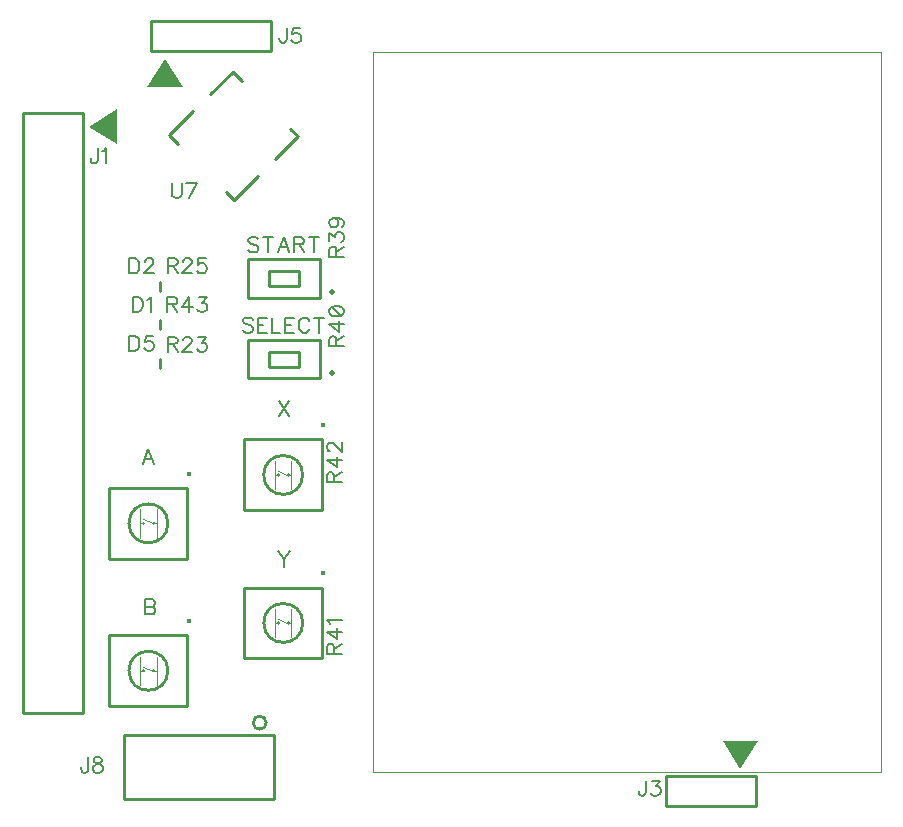
<source format=gbr>
G04 DipTrace 2.4.0.2*
%INTopSilk.gbr*%
%MOMM*%
%ADD10C,0.25*%
%ADD13C,0.035*%
%ADD15C,0.4*%
%ADD17C,0.1*%
%ADD34O,0.499X0.5*%
%ADD125C,0.196*%
%FSLAX53Y53*%
G04*
G71*
G90*
G75*
G01*
%LNTopSilk*%
%LPD*%
D15*
X25339Y38365D3*
X20288Y34164D2*
D10*
G02X20288Y34164I1650J0D01*
G01*
X22639Y35364D2*
D17*
Y32964D1*
X21239Y35364D2*
Y32964D1*
X22639Y34164D2*
X22488D1*
X21239D2*
X21389D1*
X22289D2*
G02X22289Y34164I100J0D01*
G01*
X21439D2*
G02X21439Y34164I100J0D01*
G01*
X22289D2*
X21488Y34514D1*
X25239Y37164D2*
D10*
X18639D1*
Y31164D1*
X25239D1*
Y37164D1*
D15*
X25339Y25884D3*
X20288Y21683D2*
D10*
G02X20288Y21683I1650J0D01*
G01*
X22639Y22883D2*
D17*
Y20483D1*
X21239Y22883D2*
Y20483D1*
X22639Y21683D2*
X22488D1*
X21239D2*
X21389D1*
X22289D2*
G02X22289Y21683I100J0D01*
G01*
X21439D2*
G02X21439Y21683I100J0D01*
G01*
X22289D2*
X21488Y22033D1*
X25239Y24683D2*
D10*
X18639D1*
Y18683D1*
X25239D1*
Y24683D1*
X22930Y50585D2*
Y51385D1*
Y53840D2*
Y54640D1*
X22927Y47279D2*
Y48079D1*
X11319Y18123D2*
X16399D1*
Y68923D1*
X11319D1*
Y18123D1*
G36*
X19256Y69242D2*
X16874Y67742D1*
X19256Y66242D1*
Y67654D1*
Y69242D1*
G37*
X73390Y10250D2*
D10*
X65770D1*
Y12790D1*
X73390D1*
Y10250D1*
G36*
X73549Y15722D2*
X72048Y13340D1*
X70549Y15722D1*
X71961D1*
X73549D1*
G37*
X22176Y76710D2*
D10*
X32335D1*
Y74170D1*
X22176D1*
Y76710D1*
G36*
X21858Y71141D2*
X23358Y73522D1*
X24858Y71141D1*
X23445D1*
X21858D1*
G37*
X32550Y10861D2*
D10*
X19850D1*
Y16259D1*
X32550D1*
Y10861D1*
X30804Y17291D2*
G02X30804Y17291I556J0D01*
G01*
X36430Y46430D2*
X30330D1*
Y49730D1*
X36430D1*
Y46430D1*
X34650Y47445D2*
X32110D1*
Y48715D1*
X34650D1*
Y47445D1*
D34*
X37512Y46930D3*
X36430Y53230D2*
D10*
X30330D1*
Y56530D1*
X36430D1*
Y53230D1*
X34650Y54245D2*
X32110D1*
Y55515D1*
X34650D1*
Y54245D1*
D34*
X37512Y53730D3*
X29181Y61532D2*
D10*
X28507Y62206D1*
X29181Y61532D2*
X31201Y63553D1*
X32662Y65012D2*
X34569Y66920D1*
X33895Y67594D1*
X29854Y71635D2*
X29068Y72421D1*
X27161Y70513D1*
X25701Y69053D2*
X23681Y67033D1*
X24467Y66247D1*
D15*
X36750Y42465D3*
X31700Y38265D2*
D10*
G02X31700Y38265I1650J0D01*
G01*
X34050Y39465D2*
D17*
Y37065D1*
X32650Y39465D2*
Y37065D1*
X34050Y38265D2*
X33900D1*
X32650D2*
X32800D1*
X33700D2*
G02X33700Y38265I100J0D01*
G01*
X32851D2*
G02X32851Y38265I100J0D01*
G01*
X33700D2*
X32900Y38615D1*
X36650Y41265D2*
D10*
X30050D1*
Y35265D1*
X36650D1*
Y41265D1*
D15*
X36753Y29935D3*
X31703Y25734D2*
D10*
G02X31703Y25734I1650J0D01*
G01*
X34053Y26934D2*
D17*
Y24534D1*
X32653Y26934D2*
Y24534D1*
X34053Y25734D2*
X33903D1*
X32653D2*
X32804D1*
X33703D2*
G02X33703Y25734I100J0D01*
G01*
X32854D2*
G02X32854Y25734I100J0D01*
G01*
X33703D2*
X32903Y26084D1*
X36653Y28734D2*
D10*
X30053D1*
Y22734D1*
X36653D1*
Y28734D1*
X40975Y74095D2*
D13*
X83975D1*
Y13095D1*
X40975D1*
Y74095D1*
X22415Y39178D2*
D125*
X21928Y40454D1*
X21442Y39178D1*
X21625Y39603D2*
X22233D1*
X21663Y27733D2*
Y26457D1*
X22211D1*
X22393Y26519D1*
X22454Y26579D1*
X22514Y26700D1*
Y26882D1*
X22454Y27004D1*
X22393Y27065D1*
X22211Y27125D1*
X22393Y27187D1*
X22454Y27247D1*
X22514Y27368D1*
Y27490D1*
X22454Y27611D1*
X22393Y27673D1*
X22211Y27733D1*
X21663D1*
Y27125D2*
X22211D1*
X20606Y53345D2*
Y52068D1*
X21032D1*
X21214Y52130D1*
X21336Y52251D1*
X21397Y52373D1*
X21457Y52554D1*
Y52859D1*
X21397Y53041D1*
X21336Y53162D1*
X21214Y53284D1*
X21032Y53345D1*
X20606D1*
X21849Y53100D2*
X21971Y53162D1*
X22154Y53343D1*
Y52068D1*
X20333Y56600D2*
Y55324D1*
X20759D1*
X20941Y55386D1*
X21063Y55506D1*
X21124Y55628D1*
X21184Y55810D1*
Y56114D1*
X21124Y56297D1*
X21063Y56417D1*
X20941Y56540D1*
X20759Y56600D1*
X20333D1*
X21638Y56295D2*
Y56356D1*
X21698Y56478D1*
X21759Y56538D1*
X21881Y56598D1*
X22124D1*
X22244Y56538D1*
X22305Y56478D1*
X22366Y56356D1*
Y56235D1*
X22305Y56113D1*
X22184Y55932D1*
X21576Y55324D1*
X22427D1*
X20330Y50039D2*
Y48763D1*
X20756D1*
X20938Y48825D1*
X21060Y48945D1*
X21121Y49068D1*
X21181Y49249D1*
Y49553D1*
X21121Y49736D1*
X21060Y49856D1*
X20938Y49979D1*
X20756Y50039D1*
X20330D1*
X22302Y50038D2*
X21695D1*
X21635Y49491D1*
X21695Y49552D1*
X21878Y49614D1*
X22059D1*
X22242Y49552D1*
X22364Y49431D1*
X22424Y49249D1*
Y49128D1*
X22364Y48945D1*
X22242Y48823D1*
X22059Y48763D1*
X21878D1*
X21695Y48823D1*
X21635Y48885D1*
X21573Y49006D1*
X17650Y65913D2*
Y64942D1*
X17589Y64759D1*
X17528Y64699D1*
X17407Y64637D1*
X17285D1*
X17164Y64699D1*
X17104Y64759D1*
X17042Y64942D1*
Y65062D1*
X18042Y65669D2*
X18164Y65731D1*
X18347Y65912D1*
Y64637D1*
X64062Y12381D2*
Y11410D1*
X64002Y11227D1*
X63940Y11167D1*
X63820Y11105D1*
X63697D1*
X63577Y11167D1*
X63516Y11227D1*
X63455Y11410D1*
Y11531D1*
X64577Y12380D2*
X65244D1*
X64880Y11894D1*
X65063D1*
X65183Y11834D1*
X65244Y11774D1*
X65305Y11591D1*
Y11470D1*
X65244Y11288D1*
X65123Y11166D1*
X64940Y11105D1*
X64758D1*
X64577Y11166D1*
X64516Y11227D1*
X64455Y11348D1*
X33637Y76125D2*
Y75153D1*
X33577Y74971D1*
X33515Y74911D1*
X33395Y74849D1*
X33272D1*
X33152Y74911D1*
X33091Y74971D1*
X33030Y75153D1*
Y75274D1*
X34758Y76123D2*
X34152D1*
X34091Y75577D1*
X34152Y75638D1*
X34334Y75700D1*
X34515D1*
X34698Y75638D1*
X34820Y75517D1*
X34880Y75335D1*
Y75214D1*
X34820Y75031D1*
X34698Y74909D1*
X34515Y74849D1*
X34334D1*
X34152Y74909D1*
X34091Y74971D1*
X34030Y75092D1*
X16843Y14346D2*
Y13375D1*
X16783Y13192D1*
X16721Y13132D1*
X16600Y13070D1*
X16478D1*
X16357Y13132D1*
X16297Y13192D1*
X16235Y13375D1*
Y13495D1*
X17539Y14345D2*
X17357Y14284D1*
X17296Y14164D1*
Y14041D1*
X17357Y13921D1*
X17478Y13859D1*
X17721Y13799D1*
X17904Y13738D1*
X18024Y13616D1*
X18085Y13495D1*
Y13313D1*
X18024Y13192D1*
X17964Y13130D1*
X17781Y13070D1*
X17539D1*
X17357Y13130D1*
X17296Y13192D1*
X17235Y13313D1*
Y13495D1*
X17296Y13616D1*
X17418Y13738D1*
X17599Y13799D1*
X17842Y13859D1*
X17964Y13921D1*
X18024Y14041D1*
Y14164D1*
X17964Y14284D1*
X17781Y14345D1*
X17539D1*
X23562Y49352D2*
X24108D1*
X24290Y49414D1*
X24352Y49474D1*
X24412Y49595D1*
Y49717D1*
X24352Y49838D1*
X24290Y49900D1*
X24108Y49960D1*
X23562D1*
Y48684D1*
X23987Y49352D2*
X24412Y48684D1*
X24866Y49655D2*
Y49716D1*
X24927Y49838D1*
X24987Y49898D1*
X25109Y49958D1*
X25352D1*
X25473Y49898D1*
X25533Y49838D1*
X25595Y49716D1*
Y49595D1*
X25533Y49473D1*
X25413Y49292D1*
X24805Y48684D1*
X25655D1*
X26170Y49958D2*
X26836D1*
X26473Y49473D1*
X26655D1*
X26776Y49412D1*
X26836Y49352D1*
X26898Y49170D1*
Y49049D1*
X26836Y48866D1*
X26716Y48744D1*
X26533Y48684D1*
X26351D1*
X26170Y48744D1*
X26109Y48806D1*
X26048Y48927D1*
X23562Y55992D2*
X24108D1*
X24290Y56054D1*
X24352Y56114D1*
X24412Y56235D1*
Y56357D1*
X24352Y56478D1*
X24290Y56540D1*
X24108Y56600D1*
X23562D1*
Y55324D1*
X23987Y55992D2*
X24412Y55324D1*
X24866Y56295D2*
Y56356D1*
X24927Y56478D1*
X24987Y56538D1*
X25109Y56598D1*
X25352D1*
X25473Y56538D1*
X25533Y56478D1*
X25595Y56356D1*
Y56235D1*
X25533Y56113D1*
X25413Y55932D1*
X24805Y55324D1*
X25655D1*
X26776Y56598D2*
X26170D1*
X26109Y56052D1*
X26170Y56113D1*
X26352Y56175D1*
X26533D1*
X26716Y56113D1*
X26838Y55992D1*
X26898Y55810D1*
Y55689D1*
X26838Y55506D1*
X26716Y55384D1*
X26533Y55324D1*
X26352D1*
X26170Y55384D1*
X26109Y55446D1*
X26048Y55567D1*
X37848Y56732D2*
Y57278D1*
X37786Y57461D1*
X37726Y57522D1*
X37605Y57583D1*
X37483D1*
X37362Y57522D1*
X37301Y57461D1*
X37240Y57278D1*
Y56732D1*
X38516D1*
X37848Y57157D2*
X38516Y57583D1*
X37242Y58097D2*
Y58764D1*
X37727Y58400D1*
Y58583D1*
X37788Y58703D1*
X37848Y58764D1*
X38031Y58826D1*
X38151D1*
X38334Y58764D1*
X38456Y58643D1*
X38516Y58461D1*
Y58278D1*
X38456Y58097D1*
X38394Y58037D1*
X38273Y57975D1*
X37666Y60008D2*
X37848Y59946D1*
X37970Y59826D1*
X38031Y59643D1*
Y59583D1*
X37970Y59400D1*
X37848Y59279D1*
X37666Y59218D1*
X37605D1*
X37423Y59279D1*
X37302Y59400D1*
X37242Y59583D1*
Y59643D1*
X37302Y59826D1*
X37423Y59946D1*
X37666Y60008D1*
X37970D1*
X38273Y59946D1*
X38456Y59826D1*
X38516Y59643D1*
Y59522D1*
X38456Y59340D1*
X38334Y59279D1*
X37848Y49152D2*
Y49698D1*
X37786Y49880D1*
X37726Y49942D1*
X37605Y50002D1*
X37483D1*
X37362Y49942D1*
X37301Y49880D1*
X37240Y49698D1*
Y49152D1*
X38516D1*
X37848Y49577D2*
X38516Y50002D1*
Y51002D2*
X37242D1*
X38091Y50394D1*
Y51306D1*
X37242Y52063D2*
X37302Y51880D1*
X37484Y51758D1*
X37788Y51698D1*
X37970D1*
X38273Y51758D1*
X38456Y51880D1*
X38516Y52063D1*
Y52183D1*
X38456Y52366D1*
X38273Y52487D1*
X37970Y52548D1*
X37788D1*
X37484Y52487D1*
X37302Y52366D1*
X37242Y52183D1*
Y52063D1*
X37484Y52487D2*
X38273Y51758D1*
X37658Y23135D2*
Y23681D1*
X37596Y23863D1*
X37536Y23925D1*
X37415Y23985D1*
X37293D1*
X37172Y23925D1*
X37111Y23863D1*
X37050Y23681D1*
Y23135D1*
X38326D1*
X37658Y23560D2*
X38326Y23985D1*
Y24985D2*
X37052D1*
X37901Y24378D1*
Y25289D1*
X37294Y25681D2*
X37233Y25803D1*
X37052Y25985D1*
X38326D1*
X37658Y37662D2*
Y38208D1*
X37596Y38390D1*
X37536Y38452D1*
X37415Y38512D1*
X37293D1*
X37172Y38452D1*
X37111Y38390D1*
X37050Y38208D1*
Y37662D1*
X38326D1*
X37658Y38087D2*
X38326Y38512D1*
Y39512D2*
X37052D1*
X37901Y38904D1*
Y39816D1*
X37355Y40269D2*
X37294D1*
X37172Y40330D1*
X37112Y40390D1*
X37052Y40512D1*
Y40755D1*
X37112Y40876D1*
X37172Y40936D1*
X37294Y40998D1*
X37415D1*
X37537Y40936D1*
X37718Y40816D1*
X38326Y40208D1*
Y41058D1*
X23532Y52712D2*
X24078D1*
X24260Y52774D1*
X24322Y52834D1*
X24382Y52955D1*
Y53077D1*
X24322Y53198D1*
X24260Y53260D1*
X24078Y53320D1*
X23532D1*
Y52044D1*
X23957Y52712D2*
X24382Y52044D1*
X25382D2*
Y53318D1*
X24774Y52469D1*
X25686D1*
X26200Y53318D2*
X26867D1*
X26503Y52833D1*
X26686D1*
X26806Y52772D1*
X26867Y52712D1*
X26928Y52530D1*
Y52409D1*
X26867Y52226D1*
X26746Y52104D1*
X26563Y52044D1*
X26381D1*
X26200Y52104D1*
X26139Y52166D1*
X26078Y52287D1*
X30791Y51407D2*
X30670Y51530D1*
X30488Y51590D1*
X30245D1*
X30062Y51530D1*
X29940Y51407D1*
Y51287D1*
X30002Y51165D1*
X30062Y51104D1*
X30183Y51044D1*
X30548Y50922D1*
X30670Y50861D1*
X30730Y50800D1*
X30791Y50679D1*
Y50496D1*
X30670Y50376D1*
X30488Y50314D1*
X30245D1*
X30062Y50376D1*
X29940Y50496D1*
X31972Y51590D2*
X31183D1*
Y50314D1*
X31972D1*
X31183Y50982D2*
X31669D1*
X32364Y51590D2*
Y50314D1*
X33093D1*
X34274Y51590D2*
X33485D1*
Y50314D1*
X34274D1*
X33485Y50982D2*
X33971D1*
X35577Y51287D2*
X35517Y51407D1*
X35395Y51530D1*
X35274Y51590D1*
X35031D1*
X34909Y51530D1*
X34788Y51407D1*
X34726Y51287D1*
X34666Y51104D1*
Y50800D1*
X34726Y50618D1*
X34788Y50496D1*
X34909Y50376D1*
X35031Y50314D1*
X35274D1*
X35395Y50376D1*
X35517Y50496D1*
X35577Y50618D1*
X36395Y51590D2*
Y50314D1*
X35969Y51590D2*
X36820D1*
X31259Y58207D2*
X31138Y58330D1*
X30955Y58390D1*
X30712D1*
X30530Y58330D1*
X30408Y58207D1*
Y58087D1*
X30470Y57965D1*
X30530Y57904D1*
X30651Y57844D1*
X31016Y57722D1*
X31138Y57661D1*
X31198Y57600D1*
X31259Y57479D1*
Y57296D1*
X31138Y57176D1*
X30955Y57114D1*
X30712D1*
X30530Y57176D1*
X30408Y57296D1*
X32076Y58390D2*
Y57114D1*
X31651Y58390D2*
X32501D1*
X33866Y57114D2*
X33379Y58390D1*
X32894Y57114D1*
X33076Y57539D2*
X33684D1*
X34259Y57782D2*
X34805D1*
X34987Y57844D1*
X35049Y57904D1*
X35109Y58025D1*
Y58147D1*
X35049Y58268D1*
X34987Y58330D1*
X34805Y58390D1*
X34259D1*
Y57114D1*
X34684Y57782D2*
X35109Y57114D1*
X35927Y58390D2*
Y57114D1*
X35501Y58390D2*
X36352D1*
X23918Y63001D2*
Y62090D1*
X23978Y61907D1*
X24101Y61786D1*
X24283Y61725D1*
X24404D1*
X24586Y61786D1*
X24708Y61907D1*
X24769Y62090D1*
Y63001D1*
X25404Y61725D2*
X26012Y62999D1*
X25161D1*
X32995Y44555D2*
X33845Y43279D1*
Y44555D2*
X32995Y43279D1*
X32938Y31784D2*
X33423Y31176D1*
Y30508D1*
X33909Y31784D2*
X33423Y31176D1*
M02*

</source>
